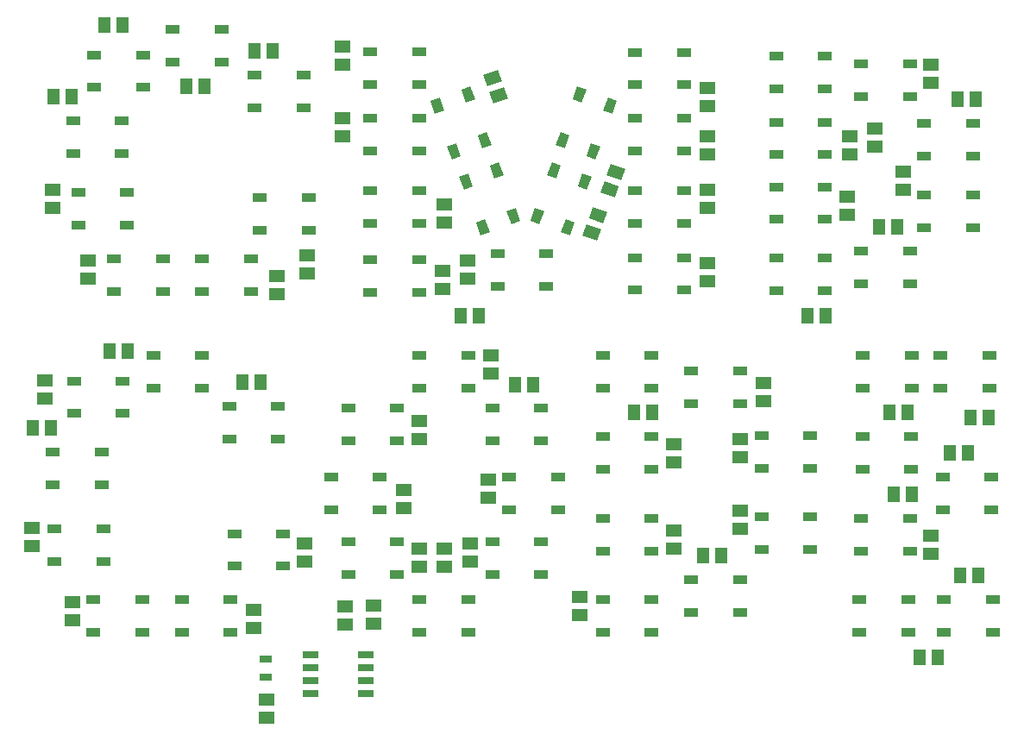
<source format=gtp>
G04 EAGLE Gerber RS-274X export*
G75*
%MOMM*%
%FSLAX34Y34*%
%LPD*%
%AMOC8*
5,1,8,0,0,1.08239X$1,22.5*%
G01*
%ADD10R,1.350000X0.950000*%
%ADD11R,1.498600X1.168400*%
%ADD12R,1.525000X0.650000*%
%ADD13R,1.200000X0.800000*%
%ADD14R,1.168400X1.498600*%


D10*
X248400Y921000D03*
X248400Y889000D03*
X296400Y889000D03*
X296400Y921000D03*
X168000Y966000D03*
X168000Y934000D03*
X216000Y934000D03*
X216000Y966000D03*
D11*
X337400Y399390D03*
X337400Y381610D03*
X364900Y400190D03*
X364900Y382410D03*
X259900Y308490D03*
X259900Y290710D03*
D12*
X303480Y352150D03*
X303480Y339450D03*
X303480Y326750D03*
X303480Y314050D03*
X357720Y314050D03*
X357720Y326750D03*
X357720Y339450D03*
X357720Y352150D03*
D13*
X259700Y347900D03*
X259700Y329900D03*
D10*
X91000Y941000D03*
X91000Y909000D03*
X139000Y909000D03*
X139000Y941000D03*
X70200Y876000D03*
X70200Y844000D03*
X118200Y844000D03*
X118200Y876000D03*
X75200Y806000D03*
X75200Y774000D03*
X123200Y774000D03*
X123200Y806000D03*
X110200Y741000D03*
X110200Y709000D03*
X158200Y709000D03*
X158200Y741000D03*
X244800Y709000D03*
X244800Y741000D03*
X196800Y741000D03*
X196800Y709000D03*
X301600Y769000D03*
X301600Y801000D03*
X253600Y801000D03*
X253600Y769000D03*
X409800Y707900D03*
X409800Y739900D03*
X361800Y739900D03*
X361800Y707900D03*
X409800Y775800D03*
X409800Y807800D03*
X361800Y807800D03*
X361800Y775800D03*
X409800Y846500D03*
X409800Y878500D03*
X361800Y878500D03*
X361800Y846500D03*
X409800Y912200D03*
X409800Y944200D03*
X361800Y944200D03*
X361800Y912200D03*
G36*
X446427Y854142D02*
X451045Y841457D01*
X442119Y838208D01*
X437501Y850893D01*
X446427Y854142D01*
G37*
G36*
X476498Y865087D02*
X481116Y852402D01*
X472190Y849153D01*
X467572Y861838D01*
X476498Y865087D01*
G37*
G36*
X460081Y910192D02*
X464699Y897507D01*
X455773Y894258D01*
X451155Y906943D01*
X460081Y910192D01*
G37*
G36*
X430010Y899247D02*
X434628Y886562D01*
X425702Y883313D01*
X421084Y895998D01*
X430010Y899247D01*
G37*
G36*
X474527Y779542D02*
X479145Y766857D01*
X470219Y763608D01*
X465601Y776293D01*
X474527Y779542D01*
G37*
G36*
X504598Y790487D02*
X509216Y777802D01*
X500290Y774553D01*
X495672Y787238D01*
X504598Y790487D01*
G37*
G36*
X488181Y835592D02*
X492799Y822907D01*
X483873Y819658D01*
X479255Y832343D01*
X488181Y835592D01*
G37*
G36*
X458110Y824647D02*
X462728Y811962D01*
X453802Y808713D01*
X449184Y821398D01*
X458110Y824647D01*
G37*
X486800Y745700D03*
X486800Y713700D03*
X534800Y713700D03*
X534800Y745700D03*
G36*
X565672Y811962D02*
X570290Y824647D01*
X579216Y821398D01*
X574598Y808713D01*
X565672Y811962D01*
G37*
G36*
X535601Y822907D02*
X540219Y835592D01*
X549145Y832343D01*
X544527Y819658D01*
X535601Y822907D01*
G37*
G36*
X519184Y777802D02*
X523802Y790487D01*
X532728Y787238D01*
X528110Y774553D01*
X519184Y777802D01*
G37*
G36*
X549255Y766857D02*
X553873Y779542D01*
X562799Y776293D01*
X558181Y763608D01*
X549255Y766857D01*
G37*
G36*
X590672Y886562D02*
X595290Y899247D01*
X604216Y895998D01*
X599598Y883313D01*
X590672Y886562D01*
G37*
G36*
X560601Y897507D02*
X565219Y910192D01*
X574145Y906943D01*
X569527Y894258D01*
X560601Y897507D01*
G37*
G36*
X544184Y852402D02*
X548802Y865087D01*
X557728Y861838D01*
X553110Y849153D01*
X544184Y852402D01*
G37*
G36*
X574255Y841457D02*
X578873Y854142D01*
X587799Y850893D01*
X583181Y838208D01*
X574255Y841457D01*
G37*
X669800Y911600D03*
X669800Y943600D03*
X621800Y943600D03*
X621800Y911600D03*
X621800Y878500D03*
X621800Y846500D03*
X669800Y846500D03*
X669800Y878500D03*
X621800Y807800D03*
X621800Y775800D03*
X669800Y775800D03*
X669800Y807800D03*
X669800Y710100D03*
X669800Y742100D03*
X621800Y742100D03*
X621800Y710100D03*
X808200Y709500D03*
X808200Y741500D03*
X760200Y741500D03*
X760200Y709500D03*
X808200Y779500D03*
X808200Y811500D03*
X760200Y811500D03*
X760200Y779500D03*
X808200Y843000D03*
X808200Y875000D03*
X760200Y875000D03*
X760200Y843000D03*
X808200Y908000D03*
X808200Y940000D03*
X760200Y940000D03*
X760200Y908000D03*
X891400Y900000D03*
X891400Y932000D03*
X843400Y932000D03*
X843400Y900000D03*
X905200Y873500D03*
X905200Y841500D03*
X953200Y841500D03*
X953200Y873500D03*
X905200Y803500D03*
X905200Y771500D03*
X953200Y771500D03*
X953200Y803500D03*
X843400Y748500D03*
X843400Y716500D03*
X891400Y716500D03*
X891400Y748500D03*
X223600Y596000D03*
X223600Y564000D03*
X271600Y564000D03*
X271600Y596000D03*
X149000Y646000D03*
X149000Y614000D03*
X197000Y614000D03*
X197000Y646000D03*
X71000Y621000D03*
X71000Y589000D03*
X119000Y589000D03*
X119000Y621000D03*
X50200Y551000D03*
X50200Y519000D03*
X98200Y519000D03*
X98200Y551000D03*
X51800Y476000D03*
X51800Y444000D03*
X99800Y444000D03*
X99800Y476000D03*
X90200Y406000D03*
X90200Y374000D03*
X138200Y374000D03*
X138200Y406000D03*
X224800Y374000D03*
X224800Y406000D03*
X176800Y406000D03*
X176800Y374000D03*
X276600Y439000D03*
X276600Y471000D03*
X228600Y471000D03*
X228600Y439000D03*
X388200Y430900D03*
X388200Y462900D03*
X340200Y462900D03*
X340200Y430900D03*
X371400Y494700D03*
X371400Y526700D03*
X323400Y526700D03*
X323400Y494700D03*
X388200Y562400D03*
X388200Y594400D03*
X340200Y594400D03*
X340200Y562400D03*
X458200Y614000D03*
X458200Y646000D03*
X410200Y646000D03*
X410200Y614000D03*
X481800Y594400D03*
X481800Y562400D03*
X529800Y562400D03*
X529800Y594400D03*
X498400Y526700D03*
X498400Y494700D03*
X546400Y494700D03*
X546400Y526700D03*
X481800Y462900D03*
X481800Y430900D03*
X529800Y430900D03*
X529800Y462900D03*
X410200Y406000D03*
X410200Y374000D03*
X458200Y374000D03*
X458200Y406000D03*
X638200Y374000D03*
X638200Y406000D03*
X590200Y406000D03*
X590200Y374000D03*
X638200Y454000D03*
X638200Y486000D03*
X590200Y486000D03*
X590200Y454000D03*
X638200Y534000D03*
X638200Y566000D03*
X590200Y566000D03*
X590200Y534000D03*
X638200Y614000D03*
X638200Y646000D03*
X590200Y646000D03*
X590200Y614000D03*
X724800Y599000D03*
X724800Y631000D03*
X676800Y631000D03*
X676800Y599000D03*
X746000Y567300D03*
X746000Y535300D03*
X794000Y535300D03*
X794000Y567300D03*
X746000Y487300D03*
X746000Y455300D03*
X794000Y455300D03*
X794000Y487300D03*
X676800Y426000D03*
X676800Y394000D03*
X724800Y394000D03*
X724800Y426000D03*
X889800Y374000D03*
X889800Y406000D03*
X841800Y406000D03*
X841800Y374000D03*
X891400Y454000D03*
X891400Y486000D03*
X843400Y486000D03*
X843400Y454000D03*
X893000Y534000D03*
X893000Y566000D03*
X845000Y566000D03*
X845000Y534000D03*
X893200Y614000D03*
X893200Y646000D03*
X845200Y646000D03*
X845200Y614000D03*
X969800Y614000D03*
X969800Y646000D03*
X921800Y646000D03*
X921800Y614000D03*
X923600Y526700D03*
X923600Y494700D03*
X971600Y494700D03*
X971600Y526700D03*
X925000Y406000D03*
X925000Y374000D03*
X973000Y374000D03*
X973000Y406000D03*
D14*
X266390Y945000D03*
X248610Y945000D03*
X198890Y910000D03*
X181110Y910000D03*
X68890Y900000D03*
X51110Y900000D03*
X101110Y970000D03*
X118890Y970000D03*
D11*
X50000Y808890D03*
X50000Y791110D03*
X85000Y738890D03*
X85000Y721110D03*
X270000Y706110D03*
X270000Y723890D03*
X300000Y743890D03*
X300000Y726110D03*
X432500Y711110D03*
X432500Y728890D03*
X435000Y776110D03*
X435000Y793890D03*
X335000Y861110D03*
X335000Y878890D03*
X335000Y931110D03*
X335000Y948890D03*
D14*
G36*
X493084Y909698D02*
X497080Y898720D01*
X482998Y893594D01*
X479002Y904572D01*
X493084Y909698D01*
G37*
G36*
X487002Y926406D02*
X490998Y915428D01*
X476916Y910302D01*
X472920Y921280D01*
X487002Y926406D01*
G37*
D11*
X457500Y738890D03*
X457500Y721110D03*
D14*
X468890Y685000D03*
X451110Y685000D03*
G36*
X576502Y780428D02*
X580498Y791406D01*
X594580Y786280D01*
X590584Y775302D01*
X576502Y780428D01*
G37*
G36*
X570420Y763720D02*
X574416Y774698D01*
X588498Y769572D01*
X584502Y758594D01*
X570420Y763720D01*
G37*
G36*
X594002Y822928D02*
X597998Y833906D01*
X612080Y828780D01*
X608084Y817802D01*
X594002Y822928D01*
G37*
G36*
X587920Y806220D02*
X591916Y817198D01*
X605998Y812072D01*
X602002Y801094D01*
X587920Y806220D01*
G37*
D11*
X692500Y908890D03*
X692500Y891110D03*
X692500Y861390D03*
X692500Y843610D03*
X692500Y808890D03*
X692500Y791110D03*
X692500Y718610D03*
X692500Y736390D03*
D14*
X808890Y685000D03*
X791110Y685000D03*
D11*
X830000Y783610D03*
X830000Y801390D03*
X832500Y843610D03*
X832500Y861390D03*
X857500Y868890D03*
X857500Y851110D03*
X912500Y913610D03*
X912500Y931390D03*
D14*
X938610Y897500D03*
X956390Y897500D03*
D11*
X885000Y808610D03*
X885000Y826390D03*
D14*
X861110Y772500D03*
X878890Y772500D03*
X236110Y620000D03*
X253890Y620000D03*
X123890Y650000D03*
X106110Y650000D03*
D11*
X42500Y621390D03*
X42500Y603610D03*
D14*
X48890Y575000D03*
X31110Y575000D03*
D11*
X30000Y476390D03*
X30000Y458610D03*
X70000Y403890D03*
X70000Y386110D03*
X247500Y378610D03*
X247500Y396390D03*
X297500Y443610D03*
X297500Y461390D03*
X410000Y438610D03*
X410000Y456390D03*
X395000Y496110D03*
X395000Y513890D03*
X410000Y563610D03*
X410000Y581390D03*
X480000Y628610D03*
X480000Y646390D03*
D14*
X503610Y617500D03*
X521390Y617500D03*
D11*
X477500Y523890D03*
X477500Y506110D03*
X460000Y461390D03*
X460000Y443610D03*
X435000Y438610D03*
X435000Y456390D03*
X567500Y391110D03*
X567500Y408890D03*
X660000Y456110D03*
X660000Y473890D03*
X660000Y541110D03*
X660000Y558890D03*
D14*
X638890Y590000D03*
X621110Y590000D03*
D11*
X747500Y601110D03*
X747500Y618890D03*
X725000Y563890D03*
X725000Y546110D03*
X725000Y493890D03*
X725000Y476110D03*
D14*
X688610Y450000D03*
X706390Y450000D03*
X901110Y350000D03*
X918890Y350000D03*
D11*
X912500Y451110D03*
X912500Y468890D03*
D14*
X893890Y510000D03*
X876110Y510000D03*
X888890Y590000D03*
X871110Y590000D03*
X951110Y585000D03*
X968890Y585000D03*
X931110Y550000D03*
X948890Y550000D03*
X941110Y430000D03*
X958890Y430000D03*
M02*

</source>
